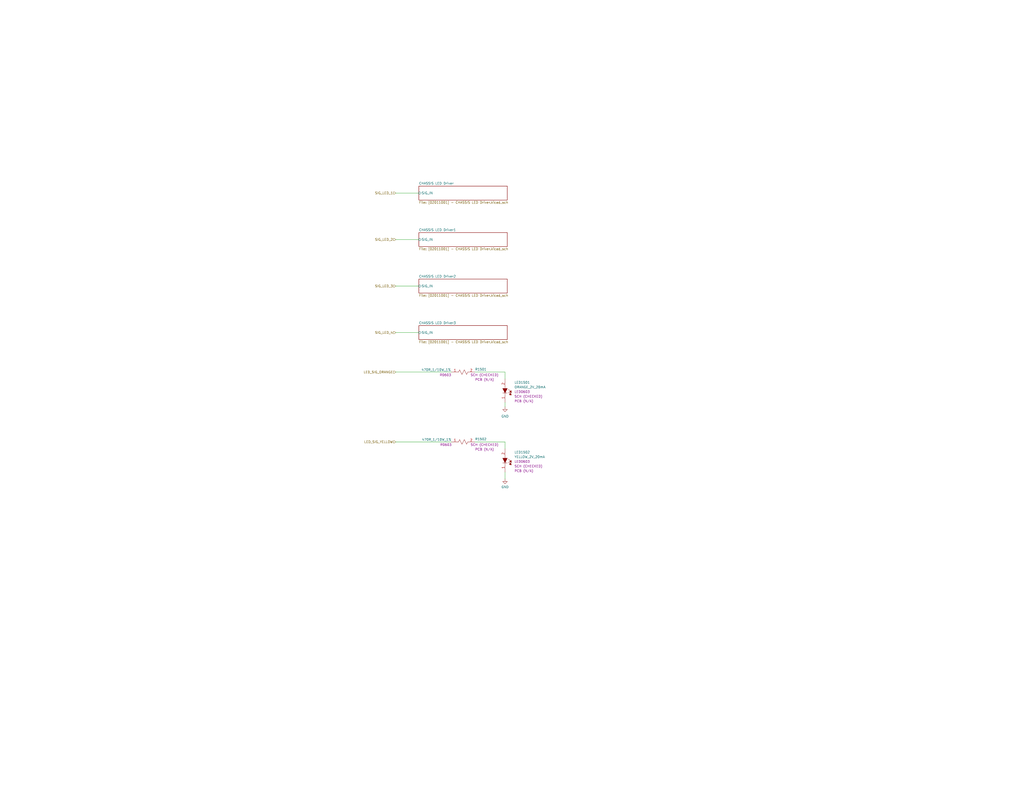
<source format=kicad_sch>
(kicad_sch (version 20231120) (generator "eeschema") (generator_version "8.0")
  (paper "C")
  (title_block (title "_HW_Quadcopter") (date "2024-03-27") (rev "01") (company "Mend0z0") (comment 1 "01") (comment 2 "RELEASED") (comment 3 "Siavash Taher Parvar") (comment 8 "N/A") (comment 9 "First Version"))
  (lib_symbols
    (symbol "_SCHLIB_Qcopter:DIODE_LED_ORANGE_2V_20mA_611nm_LED0603"
      (property "Reference" "LED" (at 3.556 5.588 0))
      (property "Value" "ORANGE_2V_20mA" (at 3.81 8.128 0))
      (property "Package" "LED0603" (at 3.81 36.83 0))
      (property "SCH CHECK" "SCH (CHECKED)" (at 3.81 31.496 0))
      (property "PCB CHECK" "PCB (N/A)" (at 3.81 34.036 0))
      (symbol "DIODE_LED_ORANGE_2V_20mA_611nm_LED0603_0_1"
        (polyline (pts (xy 5.588 1.905) (xy 6.604 2.794)))
        (polyline (pts (xy 7.239 1.905) (xy 8.001 2.667)))
        (polyline (pts (xy 7.62 -1.27) (xy 7.62 1.27)))
        (polyline (pts (xy 5.08 1.27) (xy 5.08 -1.27) (xy 7.62 0) (xy 5.08 1.27)) (fill (type outline)))
        (polyline (pts (xy 6.223 3.302) (xy 7.112 2.413) (xy 7.366 3.556) (xy 6.223 3.302)) (fill (type outline)))
        (polyline (pts (xy 7.62 3.175) (xy 8.509 2.286) (xy 8.763 3.429) (xy 7.62 3.175)) (fill (type outline)))
      )
      (symbol "DIODE_LED_ORANGE_2V_20mA_611nm_LED0603_1_1"
        (pin passive line (at 12.7 0 180) (length 5.08) (name "") (number "1"))
        (pin passive line (at 0 0 0) (length 5.08) (name "") (number "2"))
      )
    )
    (symbol "_SCHLIB_Qcopter:DIODE_LED_YELLOW_2V_20mA_590nm_LED0603"
      (property "Reference" "LED" (at 3.048 6.35 0))
      (property "Value" "YELLOW_2V_20mA" (at 3.302 8.89 0))
      (property "Package" "LED0603" (at 3.048 37.592 0))
      (property "SCH CHECK" "SCH (CHECKED)" (at 3.048 32.258 0))
      (property "PCB CHECK" "PCB (N/A)" (at 3.048 34.798 0))
      (symbol "DIODE_LED_YELLOW_2V_20mA_590nm_LED0603_0_1"
        (polyline (pts (xy 5.588 1.905) (xy 6.604 2.794)))
        (polyline (pts (xy 7.239 1.905) (xy 8.001 2.667)))
        (polyline (pts (xy 7.62 -1.27) (xy 7.62 1.27)))
        (polyline (pts (xy 5.08 1.27) (xy 5.08 -1.27) (xy 7.62 0) (xy 5.08 1.27)) (fill (type outline)))
        (polyline (pts (xy 6.223 3.302) (xy 7.112 2.413) (xy 7.366 3.556) (xy 6.223 3.302)) (fill (type outline)))
        (polyline (pts (xy 7.62 3.175) (xy 8.509 2.286) (xy 8.763 3.429) (xy 7.62 3.175)) (fill (type outline)))
      )
      (symbol "DIODE_LED_YELLOW_2V_20mA_590nm_LED0603_1_1"
        (pin passive line (at 12.7 0 180) (length 5.08) (name "") (number "1"))
        (pin passive line (at 0 0 0) (length 5.08) (name "") (number "2"))
      )
    )
    (symbol "_SCHLIB_Qcopter:RES_470R_1/10W_1%_R0603"
      (property "Reference" "R" (at 3.556 4.064 0))
      (property "Value" "470R_1/10W_1%" (at 3.81 6.604 0))
      (property "Package" "R0603" (at 3.81 35.306 0))
      (property "SCH CHECK" "SCH (CHECKED)" (at 3.81 29.972 0))
      (property "PCB CHECK" "PCB (N/A)" (at 3.81 32.512 0))
      (symbol "RES_470R_1/10W_1%_R0603_0_0"
        (polyline (pts (xy 3.81 0) (xy 4.445 1.27) (xy 5.715 -1.27) (xy 6.985 1.27) (xy 8.255 -1.27) (xy 8.89 0)))
      )
      (symbol "RES_470R_1/10W_1%_R0603_1_1"
        (pin passive line (at 0 0 0) (length 3.81) (name "") (number "1"))
        (pin passive line (at 12.7 0 180) (length 3.81) (name "") (number "2"))
      )
    )
    (symbol "power:GND" (power) (pin_numbers hide) (pin_names (offset 0) hide)
      (property "Value" "GND" (at 0 -3.81 0))
      (symbol "GND_0_1"
        (polyline (pts (xy 0 0) (xy 0 -1.27) (xy 1.27 -1.27) (xy 0 -2.54) (xy -1.27 -1.27) (xy 0 -1.27)))
      )
      (symbol "GND_1_1"
        (pin power_in line (at 0 0 270) (length 0) (name "~") (number "1"))
      )
    )
  )
  (wire (pts (xy 275.59 203.2) (xy 275.59 207.01)))
  (wire (pts (xy 215.9 156.21) (xy 228.6 156.21)))
  (wire (pts (xy 215.9 105.41) (xy 228.6 105.41)))
  (wire (pts (xy 215.9 203.2) (xy 246.38 203.2)))
  (wire (pts (xy 275.59 257.81) (xy 275.59 261.62)))
  (wire (pts (xy 215.9 241.3) (xy 246.38 241.3)))
  (wire (pts (xy 275.59 241.3) (xy 275.59 245.11)))
  (wire (pts (xy 215.9 130.81) (xy 228.6 130.81)))
  (wire (pts (xy 259.08 241.3) (xy 275.59 241.3)))
  (wire (pts (xy 259.08 203.2) (xy 275.59 203.2)))
  (wire (pts (xy 275.59 219.71) (xy 275.59 222.25)))
  (wire (pts (xy 215.9 181.61) (xy 228.6 181.61)))
  (hierarchical_label "LED_SIG_ORANGE" (shape input) (at 215.9 203.2 180))
  (hierarchical_label "SIG_LED_1" (shape input) (at 215.9 105.41 180))
  (hierarchical_label "SIG_LED_2" (shape input) (at 215.9 130.81 180))
  (hierarchical_label "SIG_LED_3" (shape input) (at 215.9 156.21 180))
  (hierarchical_label "SIG_LED_4" (shape input) (at 215.9 181.61 180))
  (hierarchical_label "LED_SIG_YELLOW" (shape input) (at 215.9 241.3 180))
  (symbol (lib_id "_SCHLIB_Qcopter:RES_470R_1/10W_1%_R0603") (at 246.38 203.2 0) (unit 1)
    (property "Reference" "R1501" (at 262.382 201.676 0))
    (property "Value" "470R_1/10W_1%" (at 237.998 201.93 0))
    (property "Footprint" "Resistor_SMD:R_0603_1608Metric" (effects (hide yes)))
    (property "Datasheet" "https://www.te.com/usa-en/product-2-2176339-1.datasheet.pdf" (effects (hide yes)))
    (property "Description" "470 Ohms ±1% 0.1W, 1/10W Chip Resistor 0603 (1608 Metric) Automotive AEC-Q200, Moisture Resistant Thick Film" (effects (hide yes)))
    (property "Package" "R0603" (at 243.078 204.724 0))
    (property "Part Number (Manufacturer)" "CRGCQ0603F470R" (effects (hide yes)))
    (property "Manufacturer" "TE Connectivity Passive Product" (effects (hide yes)))
    (property "Part Number (Vendor)" "A129684TR-ND" (effects (hide yes)))
    (property "Vendor" "Digikey" (effects (hide yes)))
    (property "Purchase Link" "https://www.digikey.ca/en/products/detail/te-connectivity-passive-product/CRGCQ0603F470R/8576286" (effects (hide yes)))
    (property "SCH CHECK" "SCH (CHECKED)" (at 264.414 204.724 0))
    (property "PCB CHECK" "PCB (N/A)" (at 264.414 207.264 0))
  )
  (symbol (lib_id "power:GND") (at 275.59 222.25 0) (unit 1)
    (property "Reference" "#PWR01501" (effects (hide yes)))
    (property "Value" "GND" (at 275.59 227.33 0))
    (property "Description" "Power symbol creates a global label with name \"GND\" , ground" (effects (hide yes)))
  )
  (symbol (lib_id "power:GND") (at 275.59 261.62 0) (unit 1)
    (property "Reference" "#PWR01502" (effects (hide yes)))
    (property "Value" "GND" (at 273.558 265.938 0) (effects (justify left)))
    (property "Description" "Power symbol creates a global label with name \"GND\" , ground" (effects (hide yes)))
  )
  (symbol (lib_id "_SCHLIB_Qcopter:RES_470R_1/10W_1%_R0603") (at 246.38 241.3 0) (unit 1)
    (property "Reference" "R1502" (at 262.382 239.776 0))
    (property "Value" "470R_1/10W_1%" (at 238.252 240.03 0))
    (property "Footprint" "Resistor_SMD:R_0603_1608Metric" (effects (hide yes)))
    (property "Datasheet" "https://www.te.com/usa-en/product-2-2176339-1.datasheet.pdf" (effects (hide yes)))
    (property "Description" "470 Ohms ±1% 0.1W, 1/10W Chip Resistor 0603 (1608 Metric) Automotive AEC-Q200, Moisture Resistant Thick Film" (effects (hide yes)))
    (property "Package" "R0603" (at 243.332 242.824 0))
    (property "Part Number (Manufacturer)" "CRGCQ0603F470R" (effects (hide yes)))
    (property "Manufacturer" "TE Connectivity Passive Product" (effects (hide yes)))
    (property "Part Number (Vendor)" "A129684TR-ND" (effects (hide yes)))
    (property "Vendor" "Digikey" (effects (hide yes)))
    (property "Purchase Link" "https://www.digikey.ca/en/products/detail/te-connectivity-passive-product/CRGCQ0603F470R/8576286" (effects (hide yes)))
    (property "SCH CHECK" "SCH (CHECKED)" (at 264.414 242.824 0))
    (property "PCB CHECK" "PCB (N/A)" (at 264.414 245.364 0))
  )
  (symbol (lib_id "_SCHLIB_Qcopter:DIODE_LED_YELLOW_2V_20mA_590nm_LED0603") (at 275.59 245.11 270) (unit 1)
    (property "Reference" "LED1502" (at 280.67 246.9514 90) (effects (justify left)))
    (property "Value" "YELLOW_2V_20mA" (at 280.67 249.4914 90) (effects (justify left)))
    (property "Footprint" "LED_SMD:LED_0603_1608Metric" (effects (hide yes)))
    (property "Datasheet" "https://www.we-online.com/katalog/datasheet/150060YS75000.pdf" (effects (hide yes)))
    (property "Description" "Yellow 590nm LED Indication - Discrete 2V 0603 (1608 Metric)" (effects (hide yes)))
    (property "Package" "LED0603" (at 280.67 252.0314 90) (effects (justify left)))
    (property "Part Number (Manufacturer)" "150060YS75000" (effects (hide yes)))
    (property "Manufacturer" "Würth Elektronik" (effects (hide yes)))
    (property "Part Number (Vendor)" "732-4981-2-ND" (effects (hide yes)))
    (property "Vendor" "Digikey" (effects (hide yes)))
    (property "Purchase Link" "https://www.digikey.ca/en/products/detail/w%C3%BCrth-elektronik/150060YS75000/4489909" (effects (hide yes)))
    (property "SCH CHECK" "SCH (CHECKED)" (at 280.67 254.5714 90) (effects (justify left)))
    (property "PCB CHECK" "PCB (N/A)" (at 280.67 257.1114 90) (effects (justify left)))
  )
  (symbol (lib_id "_SCHLIB_Qcopter:DIODE_LED_ORANGE_2V_20mA_611nm_LED0603") (at 275.59 207.01 270) (unit 1)
    (property "Reference" "LED1501" (at 280.67 208.8514 90) (effects (justify left)))
    (property "Value" "ORANGE_2V_20mA" (at 280.67 211.3914 90) (effects (justify left)))
    (property "Footprint" "LED_SMD:LED_0603_1608Metric" (effects (hide yes)))
    (property "Datasheet" "https://mm.digikey.com/Volume0/opasdata/d220001/medias/docus/3697/B1911UD--20D001014U1930.pdf" (effects (hide yes)))
    (property "Description" "Orange 605nm LED Indication - Discrete 2V 0603 (1608 Metric)" (effects (hide yes)))
    (property "Package" "LED0603" (at 280.67 213.9314 90) (effects (justify left)))
    (property "Part Number (Manufacturer)" "B1911UD--20D001014U1930" (effects (hide yes)))
    (property "Manufacturer" "Harvatek Corporation" (effects (hide yes)))
    (property "Part Number (Vendor)" "3147-B1911UD--20D001014U1930TR-ND" (effects (hide yes)))
    (property "Vendor" "Digikey" (effects (hide yes)))
    (property "Purchase Link" "https://www.digikey.ca/en/products/detail/harvatek-corporation/B1911UD-20D001014U1930/15519993" (effects (hide yes)))
    (property "SCH CHECK" "SCH (CHECKED)" (at 280.67 216.4714 90) (effects (justify left)))
    (property "PCB CHECK" "PCB (N/A)" (at 280.67 219.0114 90) (effects (justify left)))
  )
  (sheet (at 228.6 152.4) (size 48.26 7.62) (stroke (width 0.1524))
    (property "Sheetname" "CHASSIS LED Driver2" (at 228.6 151.6884 0) (effects (justify left bottom)))
    (property "Sheetfile" "[02011001] - CHASSIS LED Driver.kicad_sch" (at 228.6 160.6046 0) (effects (justify left top)))
    (pin "SIG_IN" input (at 228.6 156.21 180))
  )
  (sheet (at 228.6 127) (size 48.26 7.62) (stroke (width 0.1524))
    (property "Sheetname" "CHASSIS LED Driver1" (at 228.6 126.2884 0) (effects (justify left bottom)))
    (property "Sheetfile" "[02011001] - CHASSIS LED Driver.kicad_sch" (at 228.6 135.2046 0) (effects (justify left top)))
    (pin "SIG_IN" input (at 228.6 130.81 180))
  )
  (sheet (at 228.6 177.8) (size 48.26 7.62) (stroke (width 0.1524))
    (property "Sheetname" "CHASSIS LED Driver3" (at 228.6 177.0884 0) (effects (justify left bottom)))
    (property "Sheetfile" "[02011001] - CHASSIS LED Driver.kicad_sch" (at 228.6 186.0046 0) (effects (justify left top)))
    (pin "SIG_IN" input (at 228.6 181.61 180))
  )
  (sheet (at 228.6 101.6) (size 48.26 7.62) (stroke (width 0.1524))
    (property "Sheetname" "CHASSIS LED Driver" (at 228.6 100.8884 0) (effects (justify left bottom)))
    (property "Sheetfile" "[02011001] - CHASSIS LED Driver.kicad_sch" (at 228.6 109.8046 0) (effects (justify left top)))
    (pin "SIG_IN" input (at 228.6 105.41 180))
  )
)
</source>
